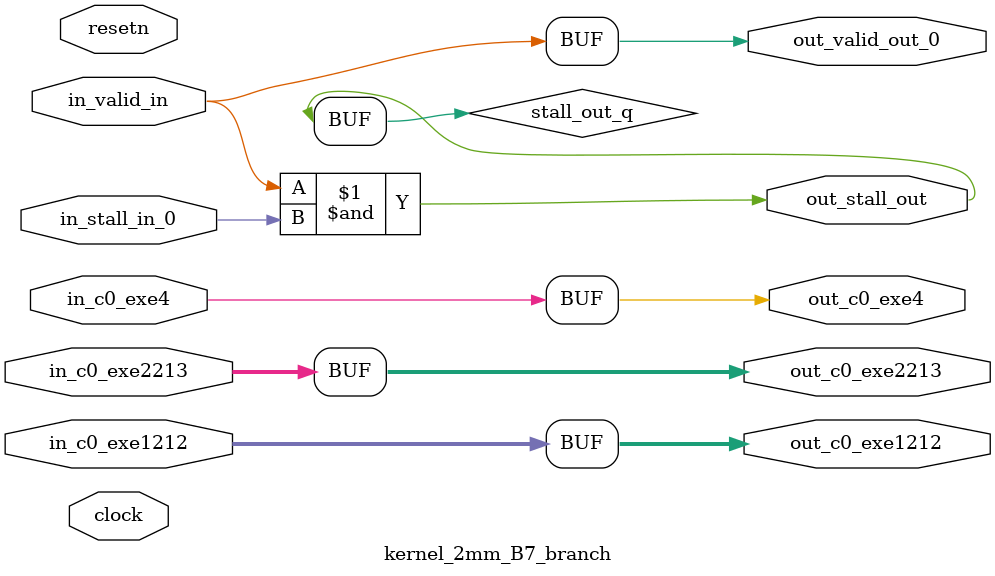
<source format=sv>



(* altera_attribute = "-name AUTO_SHIFT_REGISTER_RECOGNITION OFF; -name MESSAGE_DISABLE 10036; -name MESSAGE_DISABLE 10037; -name MESSAGE_DISABLE 14130; -name MESSAGE_DISABLE 14320; -name MESSAGE_DISABLE 15400; -name MESSAGE_DISABLE 14130; -name MESSAGE_DISABLE 10036; -name MESSAGE_DISABLE 12020; -name MESSAGE_DISABLE 12030; -name MESSAGE_DISABLE 12010; -name MESSAGE_DISABLE 12110; -name MESSAGE_DISABLE 14320; -name MESSAGE_DISABLE 13410; -name MESSAGE_DISABLE 113007; -name MESSAGE_DISABLE 10958" *)
module kernel_2mm_B7_branch (
    input wire [31:0] in_c0_exe1212,
    input wire [31:0] in_c0_exe2213,
    input wire [0:0] in_c0_exe4,
    input wire [0:0] in_stall_in_0,
    input wire [0:0] in_valid_in,
    output wire [31:0] out_c0_exe1212,
    output wire [31:0] out_c0_exe2213,
    output wire [0:0] out_c0_exe4,
    output wire [0:0] out_stall_out,
    output wire [0:0] out_valid_out_0,
    input wire clock,
    input wire resetn
    );

    wire [0:0] stall_out_q;


    // out_c0_exe1212(GPOUT,7)
    assign out_c0_exe1212 = in_c0_exe1212;

    // out_c0_exe2213(GPOUT,8)
    assign out_c0_exe2213 = in_c0_exe2213;

    // out_c0_exe4(GPOUT,9)
    assign out_c0_exe4 = in_c0_exe4;

    // stall_out(LOGICAL,12)
    assign stall_out_q = in_valid_in & in_stall_in_0;

    // out_stall_out(GPOUT,10)
    assign out_stall_out = stall_out_q;

    // out_valid_out_0(GPOUT,11)
    assign out_valid_out_0 = in_valid_in;

endmodule

</source>
